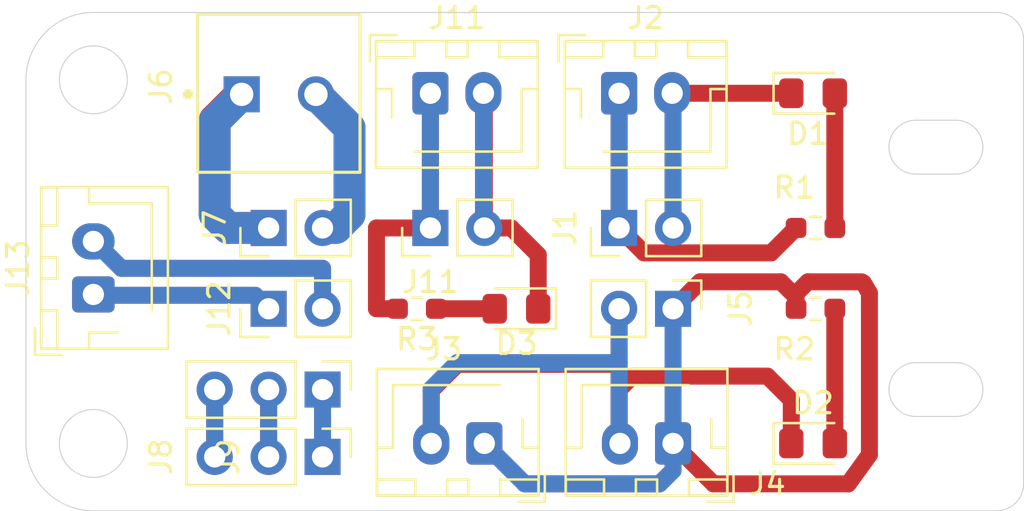
<source format=kicad_pcb>
(kicad_pcb (version 20171130) (host pcbnew "(5.1.7)-1")

  (general
    (thickness 1.6)
    (drawings 19)
    (tracks 139)
    (zones 0)
    (modules 19)
    (nets 17)
  )

  (page A4)
  (layers
    (0 F.Cu signal)
    (31 B.Cu signal)
    (32 B.Adhes user hide)
    (33 F.Adhes user hide)
    (34 B.Paste user hide)
    (35 F.Paste user hide)
    (36 B.SilkS user hide)
    (37 F.SilkS user)
    (38 B.Mask user hide)
    (39 F.Mask user hide)
    (40 Dwgs.User user hide)
    (41 Cmts.User user)
    (42 Eco1.User user hide)
    (43 Eco2.User user hide)
    (44 Edge.Cuts user)
    (45 Margin user)
    (46 B.CrtYd user)
    (47 F.CrtYd user)
    (48 B.Fab user hide)
    (49 F.Fab user hide)
  )

  (setup
    (last_trace_width 0.25)
    (user_trace_width 0.25)
    (user_trace_width 0.8)
    (user_trace_width 1.5)
    (user_trace_width 2.5)
    (trace_clearance 0.2)
    (zone_clearance 0.508)
    (zone_45_only no)
    (trace_min 0.2)
    (via_size 0.8)
    (via_drill 0.4)
    (via_min_size 0.4)
    (via_min_drill 0.3)
    (uvia_size 0.3)
    (uvia_drill 0.1)
    (uvias_allowed no)
    (uvia_min_size 0.2)
    (uvia_min_drill 0.1)
    (edge_width 0.05)
    (segment_width 0.2)
    (pcb_text_width 0.3)
    (pcb_text_size 1.5 1.5)
    (mod_edge_width 0.12)
    (mod_text_size 1 1)
    (mod_text_width 0.15)
    (pad_size 1.524 1.524)
    (pad_drill 0.762)
    (pad_to_mask_clearance 0)
    (aux_axis_origin 0 0)
    (visible_elements 7FFFFFFF)
    (pcbplotparams
      (layerselection 0x0f020_ffffffff)
      (usegerberextensions false)
      (usegerberattributes true)
      (usegerberadvancedattributes true)
      (creategerberjobfile true)
      (excludeedgelayer true)
      (linewidth 0.100000)
      (plotframeref false)
      (viasonmask false)
      (mode 1)
      (useauxorigin false)
      (hpglpennumber 1)
      (hpglpenspeed 20)
      (hpglpendiameter 15.000000)
      (psnegative false)
      (psa4output false)
      (plotreference true)
      (plotvalue true)
      (plotinvisibletext false)
      (padsonsilk false)
      (subtractmaskfromsilk false)
      (outputformat 1)
      (mirror false)
      (drillshape 0)
      (scaleselection 1)
      (outputdirectory "gerbers/"))
  )

  (net 0 "")
  (net 1 "Net-(D1-Pad2)")
  (net 2 "Net-(D2-Pad2)")
  (net 3 +3V3)
  (net 4 Z_PROBE_CONN)
  (net 5 -FAN0)
  (net 6 -FAN1)
  (net 7 +V_LED)
  (net 8 -V_LED)
  (net 9 +FAN0)
  (net 10 +FAN1)
  (net 11 -V_IN)
  (net 12 +V_IN)
  (net 13 -V_Probe)
  (net 14 -THERM)
  (net 15 +THERM)
  (net 16 "Net-(D3-Pad2)")

  (net_class Default "This is the default net class."
    (clearance 0.2)
    (trace_width 0.25)
    (via_dia 0.8)
    (via_drill 0.4)
    (uvia_dia 0.3)
    (uvia_drill 0.1)
    (add_net +3V3)
    (add_net +FAN0)
    (add_net +FAN1)
    (add_net +THERM)
    (add_net +V_IN)
    (add_net +V_LED)
    (add_net -FAN0)
    (add_net -FAN1)
    (add_net -THERM)
    (add_net -V_IN)
    (add_net -V_LED)
    (add_net -V_Probe)
    (add_net "Net-(D1-Pad2)")
    (add_net "Net-(D2-Pad2)")
    (add_net "Net-(D3-Pad2)")
    (add_net Z_PROBE_CONN)
  )

  (module Resistor_SMD:R_0603_1608Metric_Pad0.98x0.95mm_HandSolder (layer F.Cu) (tedit 5F68FEEE) (tstamp 5FA89C47)
    (at 108.585 72.39 180)
    (descr "Resistor SMD 0603 (1608 Metric), square (rectangular) end terminal, IPC_7351 nominal with elongated pad for handsoldering. (Body size source: IPC-SM-782 page 72, https://www.pcb-3d.com/wordpress/wp-content/uploads/ipc-sm-782a_amendment_1_and_2.pdf), generated with kicad-footprint-generator")
    (tags "resistor handsolder")
    (path /5FAC3111)
    (attr smd)
    (fp_text reference R3 (at 0 -1.43) (layer F.SilkS)
      (effects (font (size 1 1) (thickness 0.15)))
    )
    (fp_text value R (at 0 1.43) (layer F.Fab)
      (effects (font (size 1 1) (thickness 0.15)))
    )
    (fp_line (start -0.8 0.4125) (end -0.8 -0.4125) (layer F.Fab) (width 0.1))
    (fp_line (start -0.8 -0.4125) (end 0.8 -0.4125) (layer F.Fab) (width 0.1))
    (fp_line (start 0.8 -0.4125) (end 0.8 0.4125) (layer F.Fab) (width 0.1))
    (fp_line (start 0.8 0.4125) (end -0.8 0.4125) (layer F.Fab) (width 0.1))
    (fp_line (start -0.254724 -0.5225) (end 0.254724 -0.5225) (layer F.SilkS) (width 0.12))
    (fp_line (start -0.254724 0.5225) (end 0.254724 0.5225) (layer F.SilkS) (width 0.12))
    (fp_line (start -1.65 0.73) (end -1.65 -0.73) (layer F.CrtYd) (width 0.05))
    (fp_line (start -1.65 -0.73) (end 1.65 -0.73) (layer F.CrtYd) (width 0.05))
    (fp_line (start 1.65 -0.73) (end 1.65 0.73) (layer F.CrtYd) (width 0.05))
    (fp_line (start 1.65 0.73) (end -1.65 0.73) (layer F.CrtYd) (width 0.05))
    (fp_text user %R (at 0 0) (layer F.Fab)
      (effects (font (size 0.4 0.4) (thickness 0.06)))
    )
    (pad 2 smd roundrect (at 0.9125 0 180) (size 0.975 0.95) (layers F.Cu F.Paste F.Mask) (roundrect_rratio 0.25)
      (net 8 -V_LED))
    (pad 1 smd roundrect (at -0.9125 0 180) (size 0.975 0.95) (layers F.Cu F.Paste F.Mask) (roundrect_rratio 0.25)
      (net 16 "Net-(D3-Pad2)"))
    (model ${KISYS3DMOD}/Resistor_SMD.3dshapes/R_0603_1608Metric.wrl
      (at (xyz 0 0 0))
      (scale (xyz 1 1 1))
      (rotate (xyz 0 0 0))
    )
  )

  (module LED_SMD:LED_0805_2012Metric_Pad1.15x1.40mm_HandSolder (layer F.Cu) (tedit 5F68FEF1) (tstamp 5FA89920)
    (at 113.275 72.39 180)
    (descr "LED SMD 0805 (2012 Metric), square (rectangular) end terminal, IPC_7351 nominal, (Body size source: https://docs.google.com/spreadsheets/d/1BsfQQcO9C6DZCsRaXUlFlo91Tg2WpOkGARC1WS5S8t0/edit?usp=sharing), generated with kicad-footprint-generator")
    (tags "LED handsolder")
    (path /5FAC310B)
    (attr smd)
    (fp_text reference D3 (at 0 -1.65) (layer F.SilkS)
      (effects (font (size 1 1) (thickness 0.15)))
    )
    (fp_text value LED (at 0 1.65) (layer F.Fab)
      (effects (font (size 1 1) (thickness 0.15)))
    )
    (fp_line (start 1 -0.6) (end -0.7 -0.6) (layer F.Fab) (width 0.1))
    (fp_line (start -0.7 -0.6) (end -1 -0.3) (layer F.Fab) (width 0.1))
    (fp_line (start -1 -0.3) (end -1 0.6) (layer F.Fab) (width 0.1))
    (fp_line (start -1 0.6) (end 1 0.6) (layer F.Fab) (width 0.1))
    (fp_line (start 1 0.6) (end 1 -0.6) (layer F.Fab) (width 0.1))
    (fp_line (start 1 -0.96) (end -1.86 -0.96) (layer F.SilkS) (width 0.12))
    (fp_line (start -1.86 -0.96) (end -1.86 0.96) (layer F.SilkS) (width 0.12))
    (fp_line (start -1.86 0.96) (end 1 0.96) (layer F.SilkS) (width 0.12))
    (fp_line (start -1.85 0.95) (end -1.85 -0.95) (layer F.CrtYd) (width 0.05))
    (fp_line (start -1.85 -0.95) (end 1.85 -0.95) (layer F.CrtYd) (width 0.05))
    (fp_line (start 1.85 -0.95) (end 1.85 0.95) (layer F.CrtYd) (width 0.05))
    (fp_line (start 1.85 0.95) (end -1.85 0.95) (layer F.CrtYd) (width 0.05))
    (fp_text user %R (at 0 0) (layer F.Fab)
      (effects (font (size 0.5 0.5) (thickness 0.08)))
    )
    (pad 2 smd roundrect (at 1.025 0 180) (size 1.15 1.4) (layers F.Cu F.Paste F.Mask) (roundrect_rratio 0.2173904347826087)
      (net 16 "Net-(D3-Pad2)"))
    (pad 1 smd roundrect (at -1.025 0 180) (size 1.15 1.4) (layers F.Cu F.Paste F.Mask) (roundrect_rratio 0.2173904347826087)
      (net 7 +V_LED))
    (model ${KISYS3DMOD}/LED_SMD.3dshapes/LED_0805_2012Metric.wrl
      (at (xyz 0 0 0))
      (scale (xyz 1 1 1))
      (rotate (xyz 0 0 0))
    )
  )

  (module Connector_JST:JST_XH_B2B-XH-AM_1x02_P2.50mm_Vertical (layer F.Cu) (tedit 5C28146E) (tstamp 5FA87CC6)
    (at 93.345 71.715 90)
    (descr "JST XH series connector, B2B-XH-AM, with boss (http://www.jst-mfg.com/product/pdf/eng/eXH.pdf), generated with kicad-footprint-generator")
    (tags "connector JST XH vertical boss")
    (path /5FA8CE38)
    (fp_text reference J13 (at 1.25 -3.55 90) (layer F.SilkS)
      (effects (font (size 1 1) (thickness 0.15)))
    )
    (fp_text value Conn_01x02 (at 1.25 4.6 90) (layer F.Fab)
      (effects (font (size 1 1) (thickness 0.15)))
    )
    (fp_line (start -2.45 -2.35) (end -2.45 3.4) (layer F.Fab) (width 0.1))
    (fp_line (start -2.45 3.4) (end 4.95 3.4) (layer F.Fab) (width 0.1))
    (fp_line (start 4.95 3.4) (end 4.95 -2.35) (layer F.Fab) (width 0.1))
    (fp_line (start 4.95 -2.35) (end -2.45 -2.35) (layer F.Fab) (width 0.1))
    (fp_line (start -2.56 -2.46) (end -2.56 3.51) (layer F.SilkS) (width 0.12))
    (fp_line (start -2.56 3.51) (end 5.06 3.51) (layer F.SilkS) (width 0.12))
    (fp_line (start 5.06 3.51) (end 5.06 -2.46) (layer F.SilkS) (width 0.12))
    (fp_line (start 5.06 -2.46) (end -2.56 -2.46) (layer F.SilkS) (width 0.12))
    (fp_line (start -2.95 -2.85) (end -2.95 3.9) (layer F.CrtYd) (width 0.05))
    (fp_line (start -2.95 3.9) (end 5.45 3.9) (layer F.CrtYd) (width 0.05))
    (fp_line (start 5.45 3.9) (end 5.45 -2.85) (layer F.CrtYd) (width 0.05))
    (fp_line (start 5.45 -2.85) (end -2.95 -2.85) (layer F.CrtYd) (width 0.05))
    (fp_line (start -0.625 -2.35) (end 0 -1.35) (layer F.Fab) (width 0.1))
    (fp_line (start 0 -1.35) (end 0.625 -2.35) (layer F.Fab) (width 0.1))
    (fp_line (start 0.75 -2.45) (end 0.75 -1.7) (layer F.SilkS) (width 0.12))
    (fp_line (start 0.75 -1.7) (end 1.75 -1.7) (layer F.SilkS) (width 0.12))
    (fp_line (start 1.75 -1.7) (end 1.75 -2.45) (layer F.SilkS) (width 0.12))
    (fp_line (start 1.75 -2.45) (end 0.75 -2.45) (layer F.SilkS) (width 0.12))
    (fp_line (start -2.55 -2.45) (end -2.55 -1.7) (layer F.SilkS) (width 0.12))
    (fp_line (start -2.55 -1.7) (end -0.75 -1.7) (layer F.SilkS) (width 0.12))
    (fp_line (start -0.75 -1.7) (end -0.75 -2.45) (layer F.SilkS) (width 0.12))
    (fp_line (start -0.75 -2.45) (end -2.55 -2.45) (layer F.SilkS) (width 0.12))
    (fp_line (start 3.25 -2.45) (end 3.25 -1.7) (layer F.SilkS) (width 0.12))
    (fp_line (start 3.25 -1.7) (end 5.05 -1.7) (layer F.SilkS) (width 0.12))
    (fp_line (start 5.05 -1.7) (end 5.05 -2.45) (layer F.SilkS) (width 0.12))
    (fp_line (start 5.05 -2.45) (end 3.25 -2.45) (layer F.SilkS) (width 0.12))
    (fp_line (start -2.55 -0.2) (end -1.8 -0.2) (layer F.SilkS) (width 0.12))
    (fp_line (start -1.8 -0.2) (end -1.8 1.14) (layer F.SilkS) (width 0.12))
    (fp_line (start 1.25 2.75) (end -0.74 2.75) (layer F.SilkS) (width 0.12))
    (fp_line (start 5.05 -0.2) (end 4.3 -0.2) (layer F.SilkS) (width 0.12))
    (fp_line (start 4.3 -0.2) (end 4.3 2.75) (layer F.SilkS) (width 0.12))
    (fp_line (start 4.3 2.75) (end 1.25 2.75) (layer F.SilkS) (width 0.12))
    (fp_line (start -1.6 -2.75) (end -2.85 -2.75) (layer F.SilkS) (width 0.12))
    (fp_line (start -2.85 -2.75) (end -2.85 -1.5) (layer F.SilkS) (width 0.12))
    (fp_text user %R (at 1.25 2.7 90) (layer F.Fab)
      (effects (font (size 1 1) (thickness 0.15)))
    )
    (pad "" np_thru_hole circle (at -1.6 2 90) (size 1.2 1.2) (drill 1.2) (layers *.Cu *.Mask))
    (pad 2 thru_hole oval (at 2.5 0 90) (size 1.7 2) (drill 1) (layers *.Cu *.Mask)
      (net 14 -THERM))
    (pad 1 thru_hole roundrect (at 0 0 90) (size 1.7 2) (drill 1) (layers *.Cu *.Mask) (roundrect_rratio 0.1470588235294118)
      (net 15 +THERM))
    (model ${KISYS3DMOD}/Connector_JST.3dshapes/JST_XH_B2B-XH-AM_1x02_P2.50mm_Vertical.wrl
      (at (xyz 0 0 0))
      (scale (xyz 1 1 1))
      (rotate (xyz 0 0 0))
    )
  )

  (module Connector_PinHeader_2.54mm:PinHeader_1x02_P2.54mm_Vertical (layer F.Cu) (tedit 59FED5CC) (tstamp 5FA85C0E)
    (at 109.22 68.58 90)
    (descr "Through hole straight pin header, 1x02, 2.54mm pitch, single row")
    (tags "Through hole pin header THT 1x02 2.54mm single row")
    (path /5FAA136D)
    (fp_text reference J11 (at -2.54 0) (layer F.SilkS)
      (effects (font (size 1 1) (thickness 0.15)))
    )
    (fp_text value Conn_01x02_Male (at 0 4.87 90) (layer F.Fab)
      (effects (font (size 1 1) (thickness 0.15)))
    )
    (fp_line (start 1.8 -1.8) (end -1.8 -1.8) (layer F.CrtYd) (width 0.05))
    (fp_line (start 1.8 4.35) (end 1.8 -1.8) (layer F.CrtYd) (width 0.05))
    (fp_line (start -1.8 4.35) (end 1.8 4.35) (layer F.CrtYd) (width 0.05))
    (fp_line (start -1.8 -1.8) (end -1.8 4.35) (layer F.CrtYd) (width 0.05))
    (fp_line (start -1.33 -1.33) (end 0 -1.33) (layer F.SilkS) (width 0.12))
    (fp_line (start -1.33 0) (end -1.33 -1.33) (layer F.SilkS) (width 0.12))
    (fp_line (start -1.33 1.27) (end 1.33 1.27) (layer F.SilkS) (width 0.12))
    (fp_line (start 1.33 1.27) (end 1.33 3.87) (layer F.SilkS) (width 0.12))
    (fp_line (start -1.33 1.27) (end -1.33 3.87) (layer F.SilkS) (width 0.12))
    (fp_line (start -1.33 3.87) (end 1.33 3.87) (layer F.SilkS) (width 0.12))
    (fp_line (start -1.27 -0.635) (end -0.635 -1.27) (layer F.Fab) (width 0.1))
    (fp_line (start -1.27 3.81) (end -1.27 -0.635) (layer F.Fab) (width 0.1))
    (fp_line (start 1.27 3.81) (end -1.27 3.81) (layer F.Fab) (width 0.1))
    (fp_line (start 1.27 -1.27) (end 1.27 3.81) (layer F.Fab) (width 0.1))
    (fp_line (start -0.635 -1.27) (end 1.27 -1.27) (layer F.Fab) (width 0.1))
    (fp_text user %R (at 0 1.27) (layer F.Fab)
      (effects (font (size 1 1) (thickness 0.15)))
    )
    (pad 2 thru_hole oval (at 0 2.54 90) (size 1.7 1.7) (drill 1) (layers *.Cu *.Mask)
      (net 7 +V_LED))
    (pad 1 thru_hole rect (at 0 0 90) (size 1.7 1.7) (drill 1) (layers *.Cu *.Mask)
      (net 8 -V_LED))
    (model ${KISYS3DMOD}/Connector_PinHeader_2.54mm.3dshapes/PinHeader_1x02_P2.54mm_Vertical.wrl
      (at (xyz 0 0 0))
      (scale (xyz 1 1 1))
      (rotate (xyz 0 0 0))
    )
  )

  (module Connector_PinHeader_2.54mm:PinHeader_1x02_P2.54mm_Vertical (layer F.Cu) (tedit 59FED5CC) (tstamp 5FA87C9C)
    (at 101.6 72.39 90)
    (descr "Through hole straight pin header, 1x02, 2.54mm pitch, single row")
    (tags "Through hole pin header THT 1x02 2.54mm single row")
    (path /5FA8CE3E)
    (fp_text reference J12 (at 0 -2.33 90) (layer F.SilkS)
      (effects (font (size 1 1) (thickness 0.15)))
    )
    (fp_text value Conn_01x02_Male (at 0 4.87 90) (layer F.Fab)
      (effects (font (size 1 1) (thickness 0.15)))
    )
    (fp_line (start -0.635 -1.27) (end 1.27 -1.27) (layer F.Fab) (width 0.1))
    (fp_line (start 1.27 -1.27) (end 1.27 3.81) (layer F.Fab) (width 0.1))
    (fp_line (start 1.27 3.81) (end -1.27 3.81) (layer F.Fab) (width 0.1))
    (fp_line (start -1.27 3.81) (end -1.27 -0.635) (layer F.Fab) (width 0.1))
    (fp_line (start -1.27 -0.635) (end -0.635 -1.27) (layer F.Fab) (width 0.1))
    (fp_line (start -1.33 3.87) (end 1.33 3.87) (layer F.SilkS) (width 0.12))
    (fp_line (start -1.33 1.27) (end -1.33 3.87) (layer F.SilkS) (width 0.12))
    (fp_line (start 1.33 1.27) (end 1.33 3.87) (layer F.SilkS) (width 0.12))
    (fp_line (start -1.33 1.27) (end 1.33 1.27) (layer F.SilkS) (width 0.12))
    (fp_line (start -1.33 0) (end -1.33 -1.33) (layer F.SilkS) (width 0.12))
    (fp_line (start -1.33 -1.33) (end 0 -1.33) (layer F.SilkS) (width 0.12))
    (fp_line (start -1.8 -1.8) (end -1.8 4.35) (layer F.CrtYd) (width 0.05))
    (fp_line (start -1.8 4.35) (end 1.8 4.35) (layer F.CrtYd) (width 0.05))
    (fp_line (start 1.8 4.35) (end 1.8 -1.8) (layer F.CrtYd) (width 0.05))
    (fp_line (start 1.8 -1.8) (end -1.8 -1.8) (layer F.CrtYd) (width 0.05))
    (fp_text user %R (at 0 1.27) (layer F.Fab)
      (effects (font (size 1 1) (thickness 0.15)))
    )
    (pad 2 thru_hole oval (at 0 2.54 90) (size 1.7 1.7) (drill 1) (layers *.Cu *.Mask)
      (net 14 -THERM))
    (pad 1 thru_hole rect (at 0 0 90) (size 1.7 1.7) (drill 1) (layers *.Cu *.Mask)
      (net 15 +THERM))
    (model ${KISYS3DMOD}/Connector_PinHeader_2.54mm.3dshapes/PinHeader_1x02_P2.54mm_Vertical.wrl
      (at (xyz 0 0 0))
      (scale (xyz 1 1 1))
      (rotate (xyz 0 0 0))
    )
  )

  (module LED_SMD:LED_0805_2012Metric_Pad1.15x1.40mm_HandSolder (layer F.Cu) (tedit 5F68FEF1) (tstamp 5FA8955D)
    (at 127.245 78.74)
    (descr "LED SMD 0805 (2012 Metric), square (rectangular) end terminal, IPC_7351 nominal, (Body size source: https://docs.google.com/spreadsheets/d/1BsfQQcO9C6DZCsRaXUlFlo91Tg2WpOkGARC1WS5S8t0/edit?usp=sharing), generated with kicad-footprint-generator")
    (tags "LED handsolder")
    (path /5FA7F18E)
    (attr smd)
    (fp_text reference D2 (at 0 -1.905) (layer F.SilkS)
      (effects (font (size 1 1) (thickness 0.15)))
    )
    (fp_text value LED (at 0 1.65) (layer F.Fab)
      (effects (font (size 1 1) (thickness 0.15)))
    )
    (fp_line (start 1.85 0.95) (end -1.85 0.95) (layer F.CrtYd) (width 0.05))
    (fp_line (start 1.85 -0.95) (end 1.85 0.95) (layer F.CrtYd) (width 0.05))
    (fp_line (start -1.85 -0.95) (end 1.85 -0.95) (layer F.CrtYd) (width 0.05))
    (fp_line (start -1.85 0.95) (end -1.85 -0.95) (layer F.CrtYd) (width 0.05))
    (fp_line (start -1.86 0.96) (end 1 0.96) (layer F.SilkS) (width 0.12))
    (fp_line (start -1.86 -0.96) (end -1.86 0.96) (layer F.SilkS) (width 0.12))
    (fp_line (start 1 -0.96) (end -1.86 -0.96) (layer F.SilkS) (width 0.12))
    (fp_line (start 1 0.6) (end 1 -0.6) (layer F.Fab) (width 0.1))
    (fp_line (start -1 0.6) (end 1 0.6) (layer F.Fab) (width 0.1))
    (fp_line (start -1 -0.3) (end -1 0.6) (layer F.Fab) (width 0.1))
    (fp_line (start -0.7 -0.6) (end -1 -0.3) (layer F.Fab) (width 0.1))
    (fp_line (start 1 -0.6) (end -0.7 -0.6) (layer F.Fab) (width 0.1))
    (fp_text user %R (at 0 0) (layer F.Fab)
      (effects (font (size 0.5 0.5) (thickness 0.08)))
    )
    (pad 2 smd roundrect (at 1.025 0) (size 1.15 1.4) (layers F.Cu F.Paste F.Mask) (roundrect_rratio 0.2173904347826087)
      (net 2 "Net-(D2-Pad2)"))
    (pad 1 smd roundrect (at -1.025 0) (size 1.15 1.4) (layers F.Cu F.Paste F.Mask) (roundrect_rratio 0.2173904347826087)
      (net 10 +FAN1))
    (model ${KISYS3DMOD}/LED_SMD.3dshapes/LED_0805_2012Metric.wrl
      (at (xyz 0 0 0))
      (scale (xyz 1 1 1))
      (rotate (xyz 0 0 0))
    )
  )

  (module Connector_PinHeader_2.54mm:PinHeader_1x03_P2.54mm_Vertical (layer F.Cu) (tedit 59FED5CC) (tstamp 5FA8528E)
    (at 104.14 76.2 270)
    (descr "Through hole straight pin header, 1x03, 2.54mm pitch, single row")
    (tags "Through hole pin header THT 1x03 2.54mm single row")
    (path /5FAA043F)
    (fp_text reference J9 (at 3.175 4.445 90) (layer F.SilkS)
      (effects (font (size 1 1) (thickness 0.15)))
    )
    (fp_text value Conn_01x03_Male (at 0 7.41 90) (layer F.Fab)
      (effects (font (size 1 1) (thickness 0.15)))
    )
    (fp_line (start -0.635 -1.27) (end 1.27 -1.27) (layer F.Fab) (width 0.1))
    (fp_line (start 1.27 -1.27) (end 1.27 6.35) (layer F.Fab) (width 0.1))
    (fp_line (start 1.27 6.35) (end -1.27 6.35) (layer F.Fab) (width 0.1))
    (fp_line (start -1.27 6.35) (end -1.27 -0.635) (layer F.Fab) (width 0.1))
    (fp_line (start -1.27 -0.635) (end -0.635 -1.27) (layer F.Fab) (width 0.1))
    (fp_line (start -1.33 6.41) (end 1.33 6.41) (layer F.SilkS) (width 0.12))
    (fp_line (start -1.33 1.27) (end -1.33 6.41) (layer F.SilkS) (width 0.12))
    (fp_line (start 1.33 1.27) (end 1.33 6.41) (layer F.SilkS) (width 0.12))
    (fp_line (start -1.33 1.27) (end 1.33 1.27) (layer F.SilkS) (width 0.12))
    (fp_line (start -1.33 0) (end -1.33 -1.33) (layer F.SilkS) (width 0.12))
    (fp_line (start -1.33 -1.33) (end 0 -1.33) (layer F.SilkS) (width 0.12))
    (fp_line (start -1.8 -1.8) (end -1.8 6.85) (layer F.CrtYd) (width 0.05))
    (fp_line (start -1.8 6.85) (end 1.8 6.85) (layer F.CrtYd) (width 0.05))
    (fp_line (start 1.8 6.85) (end 1.8 -1.8) (layer F.CrtYd) (width 0.05))
    (fp_line (start 1.8 -1.8) (end -1.8 -1.8) (layer F.CrtYd) (width 0.05))
    (fp_text user %R (at 0 2.54) (layer F.Fab)
      (effects (font (size 1 1) (thickness 0.15)))
    )
    (pad 3 thru_hole oval (at 0 5.08 270) (size 1.7 1.7) (drill 1) (layers *.Cu *.Mask)
      (net 13 -V_Probe))
    (pad 2 thru_hole oval (at 0 2.54 270) (size 1.7 1.7) (drill 1) (layers *.Cu *.Mask)
      (net 3 +3V3))
    (pad 1 thru_hole rect (at 0 0 270) (size 1.7 1.7) (drill 1) (layers *.Cu *.Mask)
      (net 4 Z_PROBE_CONN))
    (model ${KISYS3DMOD}/Connector_PinHeader_2.54mm.3dshapes/PinHeader_1x03_P2.54mm_Vertical.wrl
      (at (xyz 0 0 0))
      (scale (xyz 1 1 1))
      (rotate (xyz 0 0 0))
    )
  )

  (module Connector_PinHeader_2.54mm:PinHeader_1x02_P2.54mm_Vertical (layer F.Cu) (tedit 59FED5CC) (tstamp 5FA85277)
    (at 101.6 68.58 90)
    (descr "Through hole straight pin header, 1x02, 2.54mm pitch, single row")
    (tags "Through hole pin header THT 1x02 2.54mm single row")
    (path /5FAB9AD4)
    (fp_text reference J7 (at 0 -2.54 90) (layer F.SilkS)
      (effects (font (size 1 1) (thickness 0.15)))
    )
    (fp_text value Conn_01x02_Male (at 0 4.87 90) (layer F.Fab)
      (effects (font (size 1 1) (thickness 0.15)))
    )
    (fp_line (start -0.635 -1.27) (end 1.27 -1.27) (layer F.Fab) (width 0.1))
    (fp_line (start 1.27 -1.27) (end 1.27 3.81) (layer F.Fab) (width 0.1))
    (fp_line (start 1.27 3.81) (end -1.27 3.81) (layer F.Fab) (width 0.1))
    (fp_line (start -1.27 3.81) (end -1.27 -0.635) (layer F.Fab) (width 0.1))
    (fp_line (start -1.27 -0.635) (end -0.635 -1.27) (layer F.Fab) (width 0.1))
    (fp_line (start -1.33 3.87) (end 1.33 3.87) (layer F.SilkS) (width 0.12))
    (fp_line (start -1.33 1.27) (end -1.33 3.87) (layer F.SilkS) (width 0.12))
    (fp_line (start 1.33 1.27) (end 1.33 3.87) (layer F.SilkS) (width 0.12))
    (fp_line (start -1.33 1.27) (end 1.33 1.27) (layer F.SilkS) (width 0.12))
    (fp_line (start -1.33 0) (end -1.33 -1.33) (layer F.SilkS) (width 0.12))
    (fp_line (start -1.33 -1.33) (end 0 -1.33) (layer F.SilkS) (width 0.12))
    (fp_line (start -1.8 -1.8) (end -1.8 4.35) (layer F.CrtYd) (width 0.05))
    (fp_line (start -1.8 4.35) (end 1.8 4.35) (layer F.CrtYd) (width 0.05))
    (fp_line (start 1.8 4.35) (end 1.8 -1.8) (layer F.CrtYd) (width 0.05))
    (fp_line (start 1.8 -1.8) (end -1.8 -1.8) (layer F.CrtYd) (width 0.05))
    (fp_text user %R (at 0 1.27) (layer F.Fab)
      (effects (font (size 1 1) (thickness 0.15)))
    )
    (pad 2 thru_hole oval (at 0 2.54 90) (size 1.7 1.7) (drill 1) (layers *.Cu *.Mask)
      (net 12 +V_IN))
    (pad 1 thru_hole rect (at 0 0 90) (size 1.7 1.7) (drill 1) (layers *.Cu *.Mask)
      (net 11 -V_IN))
    (model ${KISYS3DMOD}/Connector_PinHeader_2.54mm.3dshapes/PinHeader_1x02_P2.54mm_Vertical.wrl
      (at (xyz 0 0 0))
      (scale (xyz 1 1 1))
      (rotate (xyz 0 0 0))
    )
  )

  (module Connector_PinHeader_2.54mm:PinHeader_1x02_P2.54mm_Vertical (layer F.Cu) (tedit 59FED5CC) (tstamp 5FA85261)
    (at 120.65 72.39 270)
    (descr "Through hole straight pin header, 1x02, 2.54mm pitch, single row")
    (tags "Through hole pin header THT 1x02 2.54mm single row")
    (path /5FA9F86C)
    (fp_text reference J5 (at 0 -3.175 90) (layer F.SilkS)
      (effects (font (size 1 1) (thickness 0.15)))
    )
    (fp_text value Conn_01x02_Male (at 0 4.87 90) (layer F.Fab)
      (effects (font (size 1 1) (thickness 0.15)))
    )
    (fp_line (start -0.635 -1.27) (end 1.27 -1.27) (layer F.Fab) (width 0.1))
    (fp_line (start 1.27 -1.27) (end 1.27 3.81) (layer F.Fab) (width 0.1))
    (fp_line (start 1.27 3.81) (end -1.27 3.81) (layer F.Fab) (width 0.1))
    (fp_line (start -1.27 3.81) (end -1.27 -0.635) (layer F.Fab) (width 0.1))
    (fp_line (start -1.27 -0.635) (end -0.635 -1.27) (layer F.Fab) (width 0.1))
    (fp_line (start -1.33 3.87) (end 1.33 3.87) (layer F.SilkS) (width 0.12))
    (fp_line (start -1.33 1.27) (end -1.33 3.87) (layer F.SilkS) (width 0.12))
    (fp_line (start 1.33 1.27) (end 1.33 3.87) (layer F.SilkS) (width 0.12))
    (fp_line (start -1.33 1.27) (end 1.33 1.27) (layer F.SilkS) (width 0.12))
    (fp_line (start -1.33 0) (end -1.33 -1.33) (layer F.SilkS) (width 0.12))
    (fp_line (start -1.33 -1.33) (end 0 -1.33) (layer F.SilkS) (width 0.12))
    (fp_line (start -1.8 -1.8) (end -1.8 4.35) (layer F.CrtYd) (width 0.05))
    (fp_line (start -1.8 4.35) (end 1.8 4.35) (layer F.CrtYd) (width 0.05))
    (fp_line (start 1.8 4.35) (end 1.8 -1.8) (layer F.CrtYd) (width 0.05))
    (fp_line (start 1.8 -1.8) (end -1.8 -1.8) (layer F.CrtYd) (width 0.05))
    (fp_text user %R (at 0 1.27) (layer F.Fab)
      (effects (font (size 1 1) (thickness 0.15)))
    )
    (pad 2 thru_hole oval (at 0 2.54 270) (size 1.7 1.7) (drill 1) (layers *.Cu *.Mask)
      (net 10 +FAN1))
    (pad 1 thru_hole rect (at 0 0 270) (size 1.7 1.7) (drill 1) (layers *.Cu *.Mask)
      (net 6 -FAN1))
    (model ${KISYS3DMOD}/Connector_PinHeader_2.54mm.3dshapes/PinHeader_1x02_P2.54mm_Vertical.wrl
      (at (xyz 0 0 0))
      (scale (xyz 1 1 1))
      (rotate (xyz 0 0 0))
    )
  )

  (module Connector_PinHeader_2.54mm:PinHeader_1x02_P2.54mm_Vertical (layer F.Cu) (tedit 59FED5CC) (tstamp 5FA8524B)
    (at 118.11 68.58 90)
    (descr "Through hole straight pin header, 1x02, 2.54mm pitch, single row")
    (tags "Through hole pin header THT 1x02 2.54mm single row")
    (path /5FAB8547)
    (fp_text reference J1 (at 0 -2.54 90) (layer F.SilkS)
      (effects (font (size 1 1) (thickness 0.15)))
    )
    (fp_text value Conn_01x02_Male (at 0 4.87 90) (layer F.Fab)
      (effects (font (size 1 1) (thickness 0.15)))
    )
    (fp_line (start -0.635 -1.27) (end 1.27 -1.27) (layer F.Fab) (width 0.1))
    (fp_line (start 1.27 -1.27) (end 1.27 3.81) (layer F.Fab) (width 0.1))
    (fp_line (start 1.27 3.81) (end -1.27 3.81) (layer F.Fab) (width 0.1))
    (fp_line (start -1.27 3.81) (end -1.27 -0.635) (layer F.Fab) (width 0.1))
    (fp_line (start -1.27 -0.635) (end -0.635 -1.27) (layer F.Fab) (width 0.1))
    (fp_line (start -1.33 3.87) (end 1.33 3.87) (layer F.SilkS) (width 0.12))
    (fp_line (start -1.33 1.27) (end -1.33 3.87) (layer F.SilkS) (width 0.12))
    (fp_line (start 1.33 1.27) (end 1.33 3.87) (layer F.SilkS) (width 0.12))
    (fp_line (start -1.33 1.27) (end 1.33 1.27) (layer F.SilkS) (width 0.12))
    (fp_line (start -1.33 0) (end -1.33 -1.33) (layer F.SilkS) (width 0.12))
    (fp_line (start -1.33 -1.33) (end 0 -1.33) (layer F.SilkS) (width 0.12))
    (fp_line (start -1.8 -1.8) (end -1.8 4.35) (layer F.CrtYd) (width 0.05))
    (fp_line (start -1.8 4.35) (end 1.8 4.35) (layer F.CrtYd) (width 0.05))
    (fp_line (start 1.8 4.35) (end 1.8 -1.8) (layer F.CrtYd) (width 0.05))
    (fp_line (start 1.8 -1.8) (end -1.8 -1.8) (layer F.CrtYd) (width 0.05))
    (fp_text user %R (at 0 1.27 90) (layer F.Fab)
      (effects (font (size 1 1) (thickness 0.15)))
    )
    (pad 2 thru_hole oval (at 0 2.54 90) (size 1.7 1.7) (drill 1) (layers *.Cu *.Mask)
      (net 9 +FAN0))
    (pad 1 thru_hole rect (at 0 0 90) (size 1.7 1.7) (drill 1) (layers *.Cu *.Mask)
      (net 5 -FAN0))
    (model ${KISYS3DMOD}/Connector_PinHeader_2.54mm.3dshapes/PinHeader_1x02_P2.54mm_Vertical.wrl
      (at (xyz 0 0 0))
      (scale (xyz 1 1 1))
      (rotate (xyz 0 0 0))
    )
  )

  (module CArraigeFanBreakout:Phoenix_Contact-1751248-0-0-0 (layer F.Cu) (tedit 5EF1E569) (tstamp 5FA859B3)
    (at 102.08 62.23)
    (path /5FA84C81)
    (fp_text reference J6 (at -5.56 -1.27 270) (layer F.SilkS)
      (effects (font (size 1 1) (thickness 0.15)) (justify right))
    )
    (fp_text value 1751248 (at -0.48 2.54 unlocked) (layer Dwgs.User) hide
      (effects (font (size 1.27 1.27) (thickness 0.15)))
    )
    (fp_line (start -3.825 3.725) (end -3.825 -3.725) (layer F.Fab) (width 0.15))
    (fp_line (start -3.825 -3.725) (end 3.825 -3.725) (layer F.Fab) (width 0.15))
    (fp_line (start 3.825 -3.725) (end 3.825 3.725) (layer F.Fab) (width 0.15))
    (fp_line (start 3.825 3.725) (end -3.825 3.725) (layer F.Fab) (width 0.15))
    (fp_line (start -3.825 -3.725) (end 3.825 -3.725) (layer F.SilkS) (width 0.15))
    (fp_line (start 3.825 3.725) (end 3.825 -3.725) (layer F.SilkS) (width 0.15))
    (fp_line (start -3.825 3.725) (end 3.825 3.725) (layer F.SilkS) (width 0.15))
    (fp_line (start -3.825 3.725) (end -3.825 -3.725) (layer F.SilkS) (width 0.15))
    (fp_circle (center -4.275 0.05) (end -4.15 0.05) (layer F.SilkS) (width 0.25))
    (fp_line (start 3.85 -3.75) (end 3.85 -3.75) (layer F.CrtYd) (width 0.15))
    (fp_line (start 3.85 -3.75) (end -3.85 -3.75) (layer F.CrtYd) (width 0.15))
    (fp_line (start -3.85 -3.75) (end -3.85 3.75) (layer F.CrtYd) (width 0.15))
    (fp_line (start -3.85 3.75) (end 3.85 3.75) (layer F.CrtYd) (width 0.15))
    (fp_line (start 3.85 3.75) (end 3.85 -3.75) (layer F.CrtYd) (width 0.15))
    (pad 1 thru_hole rect (at -1.75 0.049999) (size 1.7 1.7) (drill 1.1) (layers *.Cu)
      (net 11 -V_IN))
    (pad 2 thru_hole circle (at 1.75 0.049999) (size 1.7 1.7) (drill 1.1) (layers *.Cu)
      (net 12 +V_IN))
    (model eec.models/Phoenix_Contact_-_1751248.step
      (at (xyz 0 0 0))
      (scale (xyz 1 1 1))
      (rotate (xyz 0 0 0))
    )
  )

  (module Resistor_SMD:R_0603_1608Metric_Pad0.98x0.95mm_HandSolder (layer F.Cu) (tedit 5F68FEEE) (tstamp 5FA8963E)
    (at 127.3575 72.39 180)
    (descr "Resistor SMD 0603 (1608 Metric), square (rectangular) end terminal, IPC_7351 nominal with elongated pad for handsoldering. (Body size source: IPC-SM-782 page 72, https://www.pcb-3d.com/wordpress/wp-content/uploads/ipc-sm-782a_amendment_1_and_2.pdf), generated with kicad-footprint-generator")
    (tags "resistor handsolder")
    (path /5FA7F194)
    (attr smd)
    (fp_text reference R2 (at 0.9925 -1.905) (layer F.SilkS)
      (effects (font (size 1 1) (thickness 0.15)))
    )
    (fp_text value R (at 0 1.43) (layer F.Fab)
      (effects (font (size 1 1) (thickness 0.15)))
    )
    (fp_line (start 1.65 0.73) (end -1.65 0.73) (layer F.CrtYd) (width 0.05))
    (fp_line (start 1.65 -0.73) (end 1.65 0.73) (layer F.CrtYd) (width 0.05))
    (fp_line (start -1.65 -0.73) (end 1.65 -0.73) (layer F.CrtYd) (width 0.05))
    (fp_line (start -1.65 0.73) (end -1.65 -0.73) (layer F.CrtYd) (width 0.05))
    (fp_line (start -0.254724 0.5225) (end 0.254724 0.5225) (layer F.SilkS) (width 0.12))
    (fp_line (start -0.254724 -0.5225) (end 0.254724 -0.5225) (layer F.SilkS) (width 0.12))
    (fp_line (start 0.8 0.4125) (end -0.8 0.4125) (layer F.Fab) (width 0.1))
    (fp_line (start 0.8 -0.4125) (end 0.8 0.4125) (layer F.Fab) (width 0.1))
    (fp_line (start -0.8 -0.4125) (end 0.8 -0.4125) (layer F.Fab) (width 0.1))
    (fp_line (start -0.8 0.4125) (end -0.8 -0.4125) (layer F.Fab) (width 0.1))
    (fp_text user %R (at 0 0) (layer F.Fab)
      (effects (font (size 0.4 0.4) (thickness 0.06)))
    )
    (pad 2 smd roundrect (at 0.9125 0 180) (size 0.975 0.95) (layers F.Cu F.Paste F.Mask) (roundrect_rratio 0.25)
      (net 6 -FAN1))
    (pad 1 smd roundrect (at -0.9125 0 180) (size 0.975 0.95) (layers F.Cu F.Paste F.Mask) (roundrect_rratio 0.25)
      (net 2 "Net-(D2-Pad2)"))
    (model ${KISYS3DMOD}/Resistor_SMD.3dshapes/R_0603_1608Metric.wrl
      (at (xyz 0 0 0))
      (scale (xyz 1 1 1))
      (rotate (xyz 0 0 0))
    )
  )

  (module Resistor_SMD:R_0603_1608Metric_Pad0.98x0.95mm_HandSolder (layer F.Cu) (tedit 5F68FEEE) (tstamp 5FA8962D)
    (at 127.3575 68.58 180)
    (descr "Resistor SMD 0603 (1608 Metric), square (rectangular) end terminal, IPC_7351 nominal with elongated pad for handsoldering. (Body size source: IPC-SM-782 page 72, https://www.pcb-3d.com/wordpress/wp-content/uploads/ipc-sm-782a_amendment_1_and_2.pdf), generated with kicad-footprint-generator")
    (tags "resistor handsolder")
    (path /5FA78D44)
    (attr smd)
    (fp_text reference R1 (at 0.9925 1.905) (layer F.SilkS)
      (effects (font (size 1 1) (thickness 0.15)))
    )
    (fp_text value R (at 0 1.43) (layer F.Fab)
      (effects (font (size 1 1) (thickness 0.15)))
    )
    (fp_line (start 1.65 0.73) (end -1.65 0.73) (layer F.CrtYd) (width 0.05))
    (fp_line (start 1.65 -0.73) (end 1.65 0.73) (layer F.CrtYd) (width 0.05))
    (fp_line (start -1.65 -0.73) (end 1.65 -0.73) (layer F.CrtYd) (width 0.05))
    (fp_line (start -1.65 0.73) (end -1.65 -0.73) (layer F.CrtYd) (width 0.05))
    (fp_line (start -0.254724 0.5225) (end 0.254724 0.5225) (layer F.SilkS) (width 0.12))
    (fp_line (start -0.254724 -0.5225) (end 0.254724 -0.5225) (layer F.SilkS) (width 0.12))
    (fp_line (start 0.8 0.4125) (end -0.8 0.4125) (layer F.Fab) (width 0.1))
    (fp_line (start 0.8 -0.4125) (end 0.8 0.4125) (layer F.Fab) (width 0.1))
    (fp_line (start -0.8 -0.4125) (end 0.8 -0.4125) (layer F.Fab) (width 0.1))
    (fp_line (start -0.8 0.4125) (end -0.8 -0.4125) (layer F.Fab) (width 0.1))
    (fp_text user %R (at 0 0) (layer F.Fab)
      (effects (font (size 0.4 0.4) (thickness 0.06)))
    )
    (pad 2 smd roundrect (at 0.9125 0 180) (size 0.975 0.95) (layers F.Cu F.Paste F.Mask) (roundrect_rratio 0.25)
      (net 5 -FAN0))
    (pad 1 smd roundrect (at -0.9125 0 180) (size 0.975 0.95) (layers F.Cu F.Paste F.Mask) (roundrect_rratio 0.25)
      (net 1 "Net-(D1-Pad2)"))
    (model ${KISYS3DMOD}/Resistor_SMD.3dshapes/R_0603_1608Metric.wrl
      (at (xyz 0 0 0))
      (scale (xyz 1 1 1))
      (rotate (xyz 0 0 0))
    )
  )

  (module Connector_JST:JST_XH_B2B-XH-AM_1x02_P2.50mm_Vertical (layer F.Cu) (tedit 5C28146E) (tstamp 5FA8961C)
    (at 109.22 62.23)
    (descr "JST XH series connector, B2B-XH-AM, with boss (http://www.jst-mfg.com/product/pdf/eng/eXH.pdf), generated with kicad-footprint-generator")
    (tags "connector JST XH vertical boss")
    (path /5FAA28CA)
    (fp_text reference J11 (at 1.25 -3.55) (layer F.SilkS)
      (effects (font (size 1 1) (thickness 0.15)))
    )
    (fp_text value Conn_01x02 (at 1.25 4.6) (layer F.Fab)
      (effects (font (size 1 1) (thickness 0.15)))
    )
    (fp_line (start -2.85 -2.75) (end -2.85 -1.5) (layer F.SilkS) (width 0.12))
    (fp_line (start -1.6 -2.75) (end -2.85 -2.75) (layer F.SilkS) (width 0.12))
    (fp_line (start 4.3 2.75) (end 1.25 2.75) (layer F.SilkS) (width 0.12))
    (fp_line (start 4.3 -0.2) (end 4.3 2.75) (layer F.SilkS) (width 0.12))
    (fp_line (start 5.05 -0.2) (end 4.3 -0.2) (layer F.SilkS) (width 0.12))
    (fp_line (start 1.25 2.75) (end -0.74 2.75) (layer F.SilkS) (width 0.12))
    (fp_line (start -1.8 -0.2) (end -1.8 1.14) (layer F.SilkS) (width 0.12))
    (fp_line (start -2.55 -0.2) (end -1.8 -0.2) (layer F.SilkS) (width 0.12))
    (fp_line (start 5.05 -2.45) (end 3.25 -2.45) (layer F.SilkS) (width 0.12))
    (fp_line (start 5.05 -1.7) (end 5.05 -2.45) (layer F.SilkS) (width 0.12))
    (fp_line (start 3.25 -1.7) (end 5.05 -1.7) (layer F.SilkS) (width 0.12))
    (fp_line (start 3.25 -2.45) (end 3.25 -1.7) (layer F.SilkS) (width 0.12))
    (fp_line (start -0.75 -2.45) (end -2.55 -2.45) (layer F.SilkS) (width 0.12))
    (fp_line (start -0.75 -1.7) (end -0.75 -2.45) (layer F.SilkS) (width 0.12))
    (fp_line (start -2.55 -1.7) (end -0.75 -1.7) (layer F.SilkS) (width 0.12))
    (fp_line (start -2.55 -2.45) (end -2.55 -1.7) (layer F.SilkS) (width 0.12))
    (fp_line (start 1.75 -2.45) (end 0.75 -2.45) (layer F.SilkS) (width 0.12))
    (fp_line (start 1.75 -1.7) (end 1.75 -2.45) (layer F.SilkS) (width 0.12))
    (fp_line (start 0.75 -1.7) (end 1.75 -1.7) (layer F.SilkS) (width 0.12))
    (fp_line (start 0.75 -2.45) (end 0.75 -1.7) (layer F.SilkS) (width 0.12))
    (fp_line (start 0 -1.35) (end 0.625 -2.35) (layer F.Fab) (width 0.1))
    (fp_line (start -0.625 -2.35) (end 0 -1.35) (layer F.Fab) (width 0.1))
    (fp_line (start 5.45 -2.85) (end -2.95 -2.85) (layer F.CrtYd) (width 0.05))
    (fp_line (start 5.45 3.9) (end 5.45 -2.85) (layer F.CrtYd) (width 0.05))
    (fp_line (start -2.95 3.9) (end 5.45 3.9) (layer F.CrtYd) (width 0.05))
    (fp_line (start -2.95 -2.85) (end -2.95 3.9) (layer F.CrtYd) (width 0.05))
    (fp_line (start 5.06 -2.46) (end -2.56 -2.46) (layer F.SilkS) (width 0.12))
    (fp_line (start 5.06 3.51) (end 5.06 -2.46) (layer F.SilkS) (width 0.12))
    (fp_line (start -2.56 3.51) (end 5.06 3.51) (layer F.SilkS) (width 0.12))
    (fp_line (start -2.56 -2.46) (end -2.56 3.51) (layer F.SilkS) (width 0.12))
    (fp_line (start 4.95 -2.35) (end -2.45 -2.35) (layer F.Fab) (width 0.1))
    (fp_line (start 4.95 3.4) (end 4.95 -2.35) (layer F.Fab) (width 0.1))
    (fp_line (start -2.45 3.4) (end 4.95 3.4) (layer F.Fab) (width 0.1))
    (fp_line (start -2.45 -2.35) (end -2.45 3.4) (layer F.Fab) (width 0.1))
    (fp_text user %R (at 1.25 2.7) (layer F.Fab)
      (effects (font (size 1 1) (thickness 0.15)))
    )
    (pad "" np_thru_hole circle (at -1.6 2) (size 1.2 1.2) (drill 1.2) (layers *.Cu *.Mask))
    (pad 2 thru_hole oval (at 2.5 0) (size 1.7 2) (drill 1) (layers *.Cu *.Mask)
      (net 7 +V_LED))
    (pad 1 thru_hole roundrect (at 0 0) (size 1.7 2) (drill 1) (layers *.Cu *.Mask) (roundrect_rratio 0.1470588235294118)
      (net 8 -V_LED))
    (model ${KISYS3DMOD}/Connector_JST.3dshapes/JST_XH_B2B-XH-AM_1x02_P2.50mm_Vertical.wrl
      (at (xyz 0 0 0))
      (scale (xyz 1 1 1))
      (rotate (xyz 0 0 0))
    )
  )

  (module Connector_PinHeader_2.54mm:PinHeader_1x03_P2.54mm_Vertical (layer F.Cu) (tedit 59FED5CC) (tstamp 5FA895F2)
    (at 104.14 79.375 270)
    (descr "Through hole straight pin header, 1x03, 2.54mm pitch, single row")
    (tags "Through hole pin header THT 1x03 2.54mm single row")
    (path /5FA93056)
    (fp_text reference J8 (at 0 7.62 90) (layer F.SilkS)
      (effects (font (size 1 1) (thickness 0.15)))
    )
    (fp_text value Conn_01x03_Male (at 0 7.41 90) (layer F.Fab)
      (effects (font (size 1 1) (thickness 0.15)))
    )
    (fp_line (start 1.8 -1.8) (end -1.8 -1.8) (layer F.CrtYd) (width 0.05))
    (fp_line (start 1.8 6.85) (end 1.8 -1.8) (layer F.CrtYd) (width 0.05))
    (fp_line (start -1.8 6.85) (end 1.8 6.85) (layer F.CrtYd) (width 0.05))
    (fp_line (start -1.8 -1.8) (end -1.8 6.85) (layer F.CrtYd) (width 0.05))
    (fp_line (start -1.33 -1.33) (end 0 -1.33) (layer F.SilkS) (width 0.12))
    (fp_line (start -1.33 0) (end -1.33 -1.33) (layer F.SilkS) (width 0.12))
    (fp_line (start -1.33 1.27) (end 1.33 1.27) (layer F.SilkS) (width 0.12))
    (fp_line (start 1.33 1.27) (end 1.33 6.41) (layer F.SilkS) (width 0.12))
    (fp_line (start -1.33 1.27) (end -1.33 6.41) (layer F.SilkS) (width 0.12))
    (fp_line (start -1.33 6.41) (end 1.33 6.41) (layer F.SilkS) (width 0.12))
    (fp_line (start -1.27 -0.635) (end -0.635 -1.27) (layer F.Fab) (width 0.1))
    (fp_line (start -1.27 6.35) (end -1.27 -0.635) (layer F.Fab) (width 0.1))
    (fp_line (start 1.27 6.35) (end -1.27 6.35) (layer F.Fab) (width 0.1))
    (fp_line (start 1.27 -1.27) (end 1.27 6.35) (layer F.Fab) (width 0.1))
    (fp_line (start -0.635 -1.27) (end 1.27 -1.27) (layer F.Fab) (width 0.1))
    (fp_text user %R (at 0 2.54) (layer F.Fab)
      (effects (font (size 1 1) (thickness 0.15)))
    )
    (pad 3 thru_hole oval (at 0 5.08 270) (size 1.7 1.7) (drill 1) (layers *.Cu *.Mask)
      (net 13 -V_Probe))
    (pad 2 thru_hole oval (at 0 2.54 270) (size 1.7 1.7) (drill 1) (layers *.Cu *.Mask)
      (net 3 +3V3))
    (pad 1 thru_hole rect (at 0 0 270) (size 1.7 1.7) (drill 1) (layers *.Cu *.Mask)
      (net 4 Z_PROBE_CONN))
    (model ${KISYS3DMOD}/Connector_PinHeader_2.54mm.3dshapes/PinHeader_1x03_P2.54mm_Vertical.wrl
      (at (xyz 0 0 0))
      (scale (xyz 1 1 1))
      (rotate (xyz 0 0 0))
    )
  )

  (module Connector_JST:JST_XH_B2B-XH-AM_1x02_P2.50mm_Vertical (layer F.Cu) (tedit 5C28146E) (tstamp 5FA895DB)
    (at 120.65 78.74 180)
    (descr "JST XH series connector, B2B-XH-AM, with boss (http://www.jst-mfg.com/product/pdf/eng/eXH.pdf), generated with kicad-footprint-generator")
    (tags "connector JST XH vertical boss")
    (path /5FA7F188)
    (fp_text reference J4 (at -4.445 -1.905) (layer F.SilkS)
      (effects (font (size 1 1) (thickness 0.15)))
    )
    (fp_text value Conn_01x02 (at 1.25 4.6) (layer F.Fab)
      (effects (font (size 1 1) (thickness 0.15)))
    )
    (fp_line (start -2.85 -2.75) (end -2.85 -1.5) (layer F.SilkS) (width 0.12))
    (fp_line (start -1.6 -2.75) (end -2.85 -2.75) (layer F.SilkS) (width 0.12))
    (fp_line (start 4.3 2.75) (end 1.25 2.75) (layer F.SilkS) (width 0.12))
    (fp_line (start 4.3 -0.2) (end 4.3 2.75) (layer F.SilkS) (width 0.12))
    (fp_line (start 5.05 -0.2) (end 4.3 -0.2) (layer F.SilkS) (width 0.12))
    (fp_line (start 1.25 2.75) (end -0.74 2.75) (layer F.SilkS) (width 0.12))
    (fp_line (start -1.8 -0.2) (end -1.8 1.14) (layer F.SilkS) (width 0.12))
    (fp_line (start -2.55 -0.2) (end -1.8 -0.2) (layer F.SilkS) (width 0.12))
    (fp_line (start 5.05 -2.45) (end 3.25 -2.45) (layer F.SilkS) (width 0.12))
    (fp_line (start 5.05 -1.7) (end 5.05 -2.45) (layer F.SilkS) (width 0.12))
    (fp_line (start 3.25 -1.7) (end 5.05 -1.7) (layer F.SilkS) (width 0.12))
    (fp_line (start 3.25 -2.45) (end 3.25 -1.7) (layer F.SilkS) (width 0.12))
    (fp_line (start -0.75 -2.45) (end -2.55 -2.45) (layer F.SilkS) (width 0.12))
    (fp_line (start -0.75 -1.7) (end -0.75 -2.45) (layer F.SilkS) (width 0.12))
    (fp_line (start -2.55 -1.7) (end -0.75 -1.7) (layer F.SilkS) (width 0.12))
    (fp_line (start -2.55 -2.45) (end -2.55 -1.7) (layer F.SilkS) (width 0.12))
    (fp_line (start 1.75 -2.45) (end 0.75 -2.45) (layer F.SilkS) (width 0.12))
    (fp_line (start 1.75 -1.7) (end 1.75 -2.45) (layer F.SilkS) (width 0.12))
    (fp_line (start 0.75 -1.7) (end 1.75 -1.7) (layer F.SilkS) (width 0.12))
    (fp_line (start 0.75 -2.45) (end 0.75 -1.7) (layer F.SilkS) (width 0.12))
    (fp_line (start 0 -1.35) (end 0.625 -2.35) (layer F.Fab) (width 0.1))
    (fp_line (start -0.625 -2.35) (end 0 -1.35) (layer F.Fab) (width 0.1))
    (fp_line (start 5.45 -2.85) (end -2.95 -2.85) (layer F.CrtYd) (width 0.05))
    (fp_line (start 5.45 3.9) (end 5.45 -2.85) (layer F.CrtYd) (width 0.05))
    (fp_line (start -2.95 3.9) (end 5.45 3.9) (layer F.CrtYd) (width 0.05))
    (fp_line (start -2.95 -2.85) (end -2.95 3.9) (layer F.CrtYd) (width 0.05))
    (fp_line (start 5.06 -2.46) (end -2.56 -2.46) (layer F.SilkS) (width 0.12))
    (fp_line (start 5.06 3.51) (end 5.06 -2.46) (layer F.SilkS) (width 0.12))
    (fp_line (start -2.56 3.51) (end 5.06 3.51) (layer F.SilkS) (width 0.12))
    (fp_line (start -2.56 -2.46) (end -2.56 3.51) (layer F.SilkS) (width 0.12))
    (fp_line (start 4.95 -2.35) (end -2.45 -2.35) (layer F.Fab) (width 0.1))
    (fp_line (start 4.95 3.4) (end 4.95 -2.35) (layer F.Fab) (width 0.1))
    (fp_line (start -2.45 3.4) (end 4.95 3.4) (layer F.Fab) (width 0.1))
    (fp_line (start -2.45 -2.35) (end -2.45 3.4) (layer F.Fab) (width 0.1))
    (fp_text user %R (at 1.25 2.7) (layer F.Fab)
      (effects (font (size 1 1) (thickness 0.15)))
    )
    (pad "" np_thru_hole circle (at -1.6 2 180) (size 1.2 1.2) (drill 1.2) (layers *.Cu *.Mask))
    (pad 2 thru_hole oval (at 2.5 0 180) (size 1.7 2) (drill 1) (layers *.Cu *.Mask)
      (net 10 +FAN1))
    (pad 1 thru_hole roundrect (at 0 0 180) (size 1.7 2) (drill 1) (layers *.Cu *.Mask) (roundrect_rratio 0.1470588235294118)
      (net 6 -FAN1))
    (model ${KISYS3DMOD}/Connector_JST.3dshapes/JST_XH_B2B-XH-AM_1x02_P2.50mm_Vertical.wrl
      (at (xyz 0 0 0))
      (scale (xyz 1 1 1))
      (rotate (xyz 0 0 0))
    )
  )

  (module Connector_JST:JST_XH_B2B-XH-AM_1x02_P2.50mm_Vertical (layer F.Cu) (tedit 5C28146E) (tstamp 5FA895B1)
    (at 111.76 78.74 180)
    (descr "JST XH series connector, B2B-XH-AM, with boss (http://www.jst-mfg.com/product/pdf/eng/eXH.pdf), generated with kicad-footprint-generator")
    (tags "connector JST XH vertical boss")
    (path /5FA8759A)
    (fp_text reference J3 (at 1.905 4.445) (layer F.SilkS)
      (effects (font (size 1 1) (thickness 0.15)))
    )
    (fp_text value Conn_01x02 (at 1.25 4.6) (layer F.Fab)
      (effects (font (size 1 1) (thickness 0.15)))
    )
    (fp_line (start -2.85 -2.75) (end -2.85 -1.5) (layer F.SilkS) (width 0.12))
    (fp_line (start -1.6 -2.75) (end -2.85 -2.75) (layer F.SilkS) (width 0.12))
    (fp_line (start 4.3 2.75) (end 1.25 2.75) (layer F.SilkS) (width 0.12))
    (fp_line (start 4.3 -0.2) (end 4.3 2.75) (layer F.SilkS) (width 0.12))
    (fp_line (start 5.05 -0.2) (end 4.3 -0.2) (layer F.SilkS) (width 0.12))
    (fp_line (start 1.25 2.75) (end -0.74 2.75) (layer F.SilkS) (width 0.12))
    (fp_line (start -1.8 -0.2) (end -1.8 1.14) (layer F.SilkS) (width 0.12))
    (fp_line (start -2.55 -0.2) (end -1.8 -0.2) (layer F.SilkS) (width 0.12))
    (fp_line (start 5.05 -2.45) (end 3.25 -2.45) (layer F.SilkS) (width 0.12))
    (fp_line (start 5.05 -1.7) (end 5.05 -2.45) (layer F.SilkS) (width 0.12))
    (fp_line (start 3.25 -1.7) (end 5.05 -1.7) (layer F.SilkS) (width 0.12))
    (fp_line (start 3.25 -2.45) (end 3.25 -1.7) (layer F.SilkS) (width 0.12))
    (fp_line (start -0.75 -2.45) (end -2.55 -2.45) (layer F.SilkS) (width 0.12))
    (fp_line (start -0.75 -1.7) (end -0.75 -2.45) (layer F.SilkS) (width 0.12))
    (fp_line (start -2.55 -1.7) (end -0.75 -1.7) (layer F.SilkS) (width 0.12))
    (fp_line (start -2.55 -2.45) (end -2.55 -1.7) (layer F.SilkS) (width 0.12))
    (fp_line (start 1.75 -2.45) (end 0.75 -2.45) (layer F.SilkS) (width 0.12))
    (fp_line (start 1.75 -1.7) (end 1.75 -2.45) (layer F.SilkS) (width 0.12))
    (fp_line (start 0.75 -1.7) (end 1.75 -1.7) (layer F.SilkS) (width 0.12))
    (fp_line (start 0.75 -2.45) (end 0.75 -1.7) (layer F.SilkS) (width 0.12))
    (fp_line (start 0 -1.35) (end 0.625 -2.35) (layer F.Fab) (width 0.1))
    (fp_line (start -0.625 -2.35) (end 0 -1.35) (layer F.Fab) (width 0.1))
    (fp_line (start 5.45 -2.85) (end -2.95 -2.85) (layer F.CrtYd) (width 0.05))
    (fp_line (start 5.45 3.9) (end 5.45 -2.85) (layer F.CrtYd) (width 0.05))
    (fp_line (start -2.95 3.9) (end 5.45 3.9) (layer F.CrtYd) (width 0.05))
    (fp_line (start -2.95 -2.85) (end -2.95 3.9) (layer F.CrtYd) (width 0.05))
    (fp_line (start 5.06 -2.46) (end -2.56 -2.46) (layer F.SilkS) (width 0.12))
    (fp_line (start 5.06 3.51) (end 5.06 -2.46) (layer F.SilkS) (width 0.12))
    (fp_line (start -2.56 3.51) (end 5.06 3.51) (layer F.SilkS) (width 0.12))
    (fp_line (start -2.56 -2.46) (end -2.56 3.51) (layer F.SilkS) (width 0.12))
    (fp_line (start 4.95 -2.35) (end -2.45 -2.35) (layer F.Fab) (width 0.1))
    (fp_line (start 4.95 3.4) (end 4.95 -2.35) (layer F.Fab) (width 0.1))
    (fp_line (start -2.45 3.4) (end 4.95 3.4) (layer F.Fab) (width 0.1))
    (fp_line (start -2.45 -2.35) (end -2.45 3.4) (layer F.Fab) (width 0.1))
    (fp_text user %R (at 1.25 2.7) (layer F.Fab)
      (effects (font (size 1 1) (thickness 0.15)))
    )
    (pad "" np_thru_hole circle (at -1.6 2 180) (size 1.2 1.2) (drill 1.2) (layers *.Cu *.Mask))
    (pad 2 thru_hole oval (at 2.5 0 180) (size 1.7 2) (drill 1) (layers *.Cu *.Mask)
      (net 10 +FAN1))
    (pad 1 thru_hole roundrect (at 0 0 180) (size 1.7 2) (drill 1) (layers *.Cu *.Mask) (roundrect_rratio 0.1470588235294118)
      (net 6 -FAN1))
    (model ${KISYS3DMOD}/Connector_JST.3dshapes/JST_XH_B2B-XH-AM_1x02_P2.50mm_Vertical.wrl
      (at (xyz 0 0 0))
      (scale (xyz 1 1 1))
      (rotate (xyz 0 0 0))
    )
  )

  (module Connector_JST:JST_XH_B2B-XH-AM_1x02_P2.50mm_Vertical (layer F.Cu) (tedit 5C28146E) (tstamp 5FA89587)
    (at 118.11 62.23)
    (descr "JST XH series connector, B2B-XH-AM, with boss (http://www.jst-mfg.com/product/pdf/eng/eXH.pdf), generated with kicad-footprint-generator")
    (tags "connector JST XH vertical boss")
    (path /5FA77D56)
    (fp_text reference J2 (at 1.25 -3.55) (layer F.SilkS)
      (effects (font (size 1 1) (thickness 0.15)))
    )
    (fp_text value Conn_01x02 (at 1.25 4.6) (layer F.Fab)
      (effects (font (size 1 1) (thickness 0.15)))
    )
    (fp_line (start -2.85 -2.75) (end -2.85 -1.5) (layer F.SilkS) (width 0.12))
    (fp_line (start -1.6 -2.75) (end -2.85 -2.75) (layer F.SilkS) (width 0.12))
    (fp_line (start 4.3 2.75) (end 1.25 2.75) (layer F.SilkS) (width 0.12))
    (fp_line (start 4.3 -0.2) (end 4.3 2.75) (layer F.SilkS) (width 0.12))
    (fp_line (start 5.05 -0.2) (end 4.3 -0.2) (layer F.SilkS) (width 0.12))
    (fp_line (start 1.25 2.75) (end -0.74 2.75) (layer F.SilkS) (width 0.12))
    (fp_line (start -1.8 -0.2) (end -1.8 1.14) (layer F.SilkS) (width 0.12))
    (fp_line (start -2.55 -0.2) (end -1.8 -0.2) (layer F.SilkS) (width 0.12))
    (fp_line (start 5.05 -2.45) (end 3.25 -2.45) (layer F.SilkS) (width 0.12))
    (fp_line (start 5.05 -1.7) (end 5.05 -2.45) (layer F.SilkS) (width 0.12))
    (fp_line (start 3.25 -1.7) (end 5.05 -1.7) (layer F.SilkS) (width 0.12))
    (fp_line (start 3.25 -2.45) (end 3.25 -1.7) (layer F.SilkS) (width 0.12))
    (fp_line (start -0.75 -2.45) (end -2.55 -2.45) (layer F.SilkS) (width 0.12))
    (fp_line (start -0.75 -1.7) (end -0.75 -2.45) (layer F.SilkS) (width 0.12))
    (fp_line (start -2.55 -1.7) (end -0.75 -1.7) (layer F.SilkS) (width 0.12))
    (fp_line (start -2.55 -2.45) (end -2.55 -1.7) (layer F.SilkS) (width 0.12))
    (fp_line (start 1.75 -2.45) (end 0.75 -2.45) (layer F.SilkS) (width 0.12))
    (fp_line (start 1.75 -1.7) (end 1.75 -2.45) (layer F.SilkS) (width 0.12))
    (fp_line (start 0.75 -1.7) (end 1.75 -1.7) (layer F.SilkS) (width 0.12))
    (fp_line (start 0.75 -2.45) (end 0.75 -1.7) (layer F.SilkS) (width 0.12))
    (fp_line (start 0 -1.35) (end 0.625 -2.35) (layer F.Fab) (width 0.1))
    (fp_line (start -0.625 -2.35) (end 0 -1.35) (layer F.Fab) (width 0.1))
    (fp_line (start 5.45 -2.85) (end -2.95 -2.85) (layer F.CrtYd) (width 0.05))
    (fp_line (start 5.45 3.9) (end 5.45 -2.85) (layer F.CrtYd) (width 0.05))
    (fp_line (start -2.95 3.9) (end 5.45 3.9) (layer F.CrtYd) (width 0.05))
    (fp_line (start -2.95 -2.85) (end -2.95 3.9) (layer F.CrtYd) (width 0.05))
    (fp_line (start 5.06 -2.46) (end -2.56 -2.46) (layer F.SilkS) (width 0.12))
    (fp_line (start 5.06 3.51) (end 5.06 -2.46) (layer F.SilkS) (width 0.12))
    (fp_line (start -2.56 3.51) (end 5.06 3.51) (layer F.SilkS) (width 0.12))
    (fp_line (start -2.56 -2.46) (end -2.56 3.51) (layer F.SilkS) (width 0.12))
    (fp_line (start 4.95 -2.35) (end -2.45 -2.35) (layer F.Fab) (width 0.1))
    (fp_line (start 4.95 3.4) (end 4.95 -2.35) (layer F.Fab) (width 0.1))
    (fp_line (start -2.45 3.4) (end 4.95 3.4) (layer F.Fab) (width 0.1))
    (fp_line (start -2.45 -2.35) (end -2.45 3.4) (layer F.Fab) (width 0.1))
    (fp_text user %R (at 1.25 2.7) (layer F.Fab)
      (effects (font (size 1 1) (thickness 0.15)))
    )
    (pad "" np_thru_hole circle (at -1.6 2) (size 1.2 1.2) (drill 1.2) (layers *.Cu *.Mask))
    (pad 2 thru_hole oval (at 2.5 0) (size 1.7 2) (drill 1) (layers *.Cu *.Mask)
      (net 9 +FAN0))
    (pad 1 thru_hole roundrect (at 0 0) (size 1.7 2) (drill 1) (layers *.Cu *.Mask) (roundrect_rratio 0.1470588235294118)
      (net 5 -FAN0))
    (model ${KISYS3DMOD}/Connector_JST.3dshapes/JST_XH_B2B-XH-AM_1x02_P2.50mm_Vertical.wrl
      (at (xyz 0 0 0))
      (scale (xyz 1 1 1))
      (rotate (xyz 0 0 0))
    )
  )

  (module LED_SMD:LED_0805_2012Metric_Pad1.15x1.40mm_HandSolder (layer F.Cu) (tedit 5F68FEF1) (tstamp 5FA8954A)
    (at 127.245 62.23)
    (descr "LED SMD 0805 (2012 Metric), square (rectangular) end terminal, IPC_7351 nominal, (Body size source: https://docs.google.com/spreadsheets/d/1BsfQQcO9C6DZCsRaXUlFlo91Tg2WpOkGARC1WS5S8t0/edit?usp=sharing), generated with kicad-footprint-generator")
    (tags "LED handsolder")
    (path /5FA78573)
    (attr smd)
    (fp_text reference D1 (at -0.245 1.905) (layer F.SilkS)
      (effects (font (size 1 1) (thickness 0.15)))
    )
    (fp_text value LED (at 0 1.65) (layer F.Fab)
      (effects (font (size 1 1) (thickness 0.15)))
    )
    (fp_line (start 1.85 0.95) (end -1.85 0.95) (layer F.CrtYd) (width 0.05))
    (fp_line (start 1.85 -0.95) (end 1.85 0.95) (layer F.CrtYd) (width 0.05))
    (fp_line (start -1.85 -0.95) (end 1.85 -0.95) (layer F.CrtYd) (width 0.05))
    (fp_line (start -1.85 0.95) (end -1.85 -0.95) (layer F.CrtYd) (width 0.05))
    (fp_line (start -1.86 0.96) (end 1 0.96) (layer F.SilkS) (width 0.12))
    (fp_line (start -1.86 -0.96) (end -1.86 0.96) (layer F.SilkS) (width 0.12))
    (fp_line (start 1 -0.96) (end -1.86 -0.96) (layer F.SilkS) (width 0.12))
    (fp_line (start 1 0.6) (end 1 -0.6) (layer F.Fab) (width 0.1))
    (fp_line (start -1 0.6) (end 1 0.6) (layer F.Fab) (width 0.1))
    (fp_line (start -1 -0.3) (end -1 0.6) (layer F.Fab) (width 0.1))
    (fp_line (start -0.7 -0.6) (end -1 -0.3) (layer F.Fab) (width 0.1))
    (fp_line (start 1 -0.6) (end -0.7 -0.6) (layer F.Fab) (width 0.1))
    (fp_text user %R (at 0 0) (layer F.Fab)
      (effects (font (size 0.5 0.5) (thickness 0.08)))
    )
    (pad 2 smd roundrect (at 1.025 0) (size 1.15 1.4) (layers F.Cu F.Paste F.Mask) (roundrect_rratio 0.2173904347826087)
      (net 1 "Net-(D1-Pad2)"))
    (pad 1 smd roundrect (at -1.025 0) (size 1.15 1.4) (layers F.Cu F.Paste F.Mask) (roundrect_rratio 0.2173904347826087)
      (net 9 +FAN0))
    (model ${KISYS3DMOD}/LED_SMD.3dshapes/LED_0805_2012Metric.wrl
      (at (xyz 0 0 0))
      (scale (xyz 1 1 1))
      (rotate (xyz 0 0 0))
    )
  )

  (gr_arc (start 133.985 76.2) (end 133.985 77.47) (angle -180) (layer Edge.Cuts) (width 0.05) (tstamp 5FA87A71))
  (gr_line (start 132.08 77.47) (end 133.985 77.47) (layer Edge.Cuts) (width 0.05) (tstamp 5FA87A70))
  (gr_line (start 132.08 74.93) (end 133.985 74.93) (layer Edge.Cuts) (width 0.05) (tstamp 5FA87A6F))
  (gr_arc (start 132.08 76.2) (end 132.08 74.93) (angle -180) (layer Edge.Cuts) (width 0.05) (tstamp 5FA87A6E))
  (gr_line (start 132.08 66.04) (end 133.985 66.04) (layer Edge.Cuts) (width 0.05) (tstamp 5FA87A64))
  (gr_line (start 132.08 63.5) (end 133.985 63.5) (layer Edge.Cuts) (width 0.05) (tstamp 5FA87A63))
  (gr_arc (start 133.985 64.77) (end 133.985 66.04) (angle -180) (layer Edge.Cuts) (width 0.05))
  (gr_arc (start 132.08 64.77) (end 132.08 63.5) (angle -180) (layer Edge.Cuts) (width 0.05))
  (gr_circle (center 133.35 64.77) (end 133.35 65.405) (layer Dwgs.User) (width 0.15))
  (gr_line (start 93.345 58.42) (end 135.89 58.42) (layer Edge.Cuts) (width 0.05) (tstamp 5FA876C5))
  (gr_line (start 90.17 78.74) (end 90.17 61.595) (layer Edge.Cuts) (width 0.05) (tstamp 5FA876C4))
  (gr_line (start 135.89 81.915) (end 93.345 81.915) (layer Edge.Cuts) (width 0.05) (tstamp 5FA876C3))
  (gr_line (start 137.16 59.69) (end 137.16 80.645) (layer Edge.Cuts) (width 0.05) (tstamp 5FA876C2))
  (gr_arc (start 135.89 80.645) (end 135.89 81.915) (angle -90) (layer Edge.Cuts) (width 0.05))
  (gr_arc (start 135.89 59.69) (end 137.16 59.69) (angle -90) (layer Edge.Cuts) (width 0.05))
  (gr_arc (start 93.345 61.595) (end 93.345 58.42) (angle -90) (layer Edge.Cuts) (width 0.05))
  (gr_arc (start 93.345 78.74) (end 90.17 78.74) (angle -90) (layer Edge.Cuts) (width 0.05))
  (gr_circle (center 93.345 61.595) (end 93.345 63.195) (layer Edge.Cuts) (width 0.05) (tstamp 5FA852E1))
  (gr_circle (center 93.345 78.74) (end 93.345 80.34) (layer Edge.Cuts) (width 0.05))

  (segment (start 128.27 62.23) (end 128.27 68.58) (width 0.8) (layer F.Cu) (net 1))
  (segment (start 128.27 72.39) (end 128.27 78.74) (width 0.8) (layer F.Cu) (net 2))
  (via (at 101.6 76.2) (size 0.8) (drill 0.4) (layers F.Cu B.Cu) (net 3))
  (via (at 101.6 79.375) (size 0.8) (drill 0.4) (layers F.Cu B.Cu) (net 3))
  (segment (start 101.6 76.2) (end 101.6 79.375) (width 0.8) (layer F.Cu) (net 3))
  (segment (start 101.6 76.2) (end 101.6 79.375) (width 0.8) (layer B.Cu) (net 3))
  (via (at 104.14 76.2) (size 0.8) (drill 0.4) (layers F.Cu B.Cu) (net 4))
  (via (at 104.14 79.375) (size 0.8) (drill 0.4) (layers F.Cu B.Cu) (net 4))
  (segment (start 104.14 76.2) (end 104.14 79.375) (width 0.8) (layer F.Cu) (net 4))
  (segment (start 104.14 76.2) (end 104.14 79.375) (width 0.8) (layer B.Cu) (net 4))
  (via (at 118.11 62.23) (size 0.8) (drill 0.4) (layers F.Cu B.Cu) (net 5))
  (segment (start 118.11 68.58) (end 118.11 68.58) (width 0.25) (layer F.Cu) (net 5) (tstamp 5FA85392))
  (segment (start 118.11 68.58) (end 118.11 68.58) (width 0.25) (layer F.Cu) (net 5) (tstamp 5FA85394))
  (via (at 118.11 68.58) (size 0.8) (drill 0.4) (layers F.Cu B.Cu) (net 5))
  (segment (start 119.285001 69.755001) (end 118.11 68.58) (width 0.8) (layer F.Cu) (net 5))
  (segment (start 125.269999 69.755001) (end 119.285001 69.755001) (width 0.8) (layer F.Cu) (net 5))
  (segment (start 126.445 68.58) (end 125.269999 69.755001) (width 0.8) (layer F.Cu) (net 5))
  (segment (start 118.11 62.23) (end 118.11 68.58) (width 0.8) (layer F.Cu) (net 5))
  (segment (start 118.11 62.23) (end 118.11 68.58) (width 0.8) (layer B.Cu) (net 5))
  (segment (start 120.65 78.74) (end 120.65 78.74) (width 0.8) (layer F.Cu) (net 6) (tstamp 5FA85396))
  (via (at 120.65 78.74) (size 0.8) (drill 0.4) (layers F.Cu B.Cu) (net 6))
  (segment (start 120.65 78.74) (end 120.65 78.74) (width 0.8) (layer F.Cu) (net 6) (tstamp 5FA85398))
  (via (at 120.65 78.74) (size 0.8) (drill 0.4) (layers F.Cu B.Cu) (net 6))
  (segment (start 120.65 72.39) (end 120.65 72.39) (width 0.8) (layer F.Cu) (net 6) (tstamp 5FA8539B))
  (via (at 120.65 72.39) (size 0.8) (drill 0.4) (layers F.Cu B.Cu) (net 6))
  (segment (start 120.65 78.74) (end 120.65 72.39) (width 0.8) (layer B.Cu) (net 6))
  (segment (start 126.445 72.39) (end 126.445 71.835) (width 0.8) (layer F.Cu) (net 6))
  (segment (start 126.445 71.835) (end 125.73 71.12) (width 0.8) (layer F.Cu) (net 6))
  (segment (start 121.92 71.12) (end 120.65 72.39) (width 0.8) (layer F.Cu) (net 6))
  (segment (start 125.73 71.12) (end 121.92 71.12) (width 0.8) (layer F.Cu) (net 6))
  (segment (start 120.65 78.74) (end 120.65 80.01) (width 0.8) (layer B.Cu) (net 6))
  (segment (start 120.65 80.01) (end 120.015 80.645) (width 0.8) (layer B.Cu) (net 6))
  (segment (start 113.665 80.645) (end 111.76 78.74) (width 0.8) (layer B.Cu) (net 6))
  (segment (start 120.015 80.645) (end 113.665 80.645) (width 0.8) (layer B.Cu) (net 6))
  (segment (start 111.76 78.74) (end 113.36001 80.34001) (width 0.8) (layer F.Cu) (net 6))
  (segment (start 129.9 71.65) (end 129.9 79.27) (width 0.8) (layer F.Cu) (net 6))
  (segment (start 127 71.12) (end 129.54 71.12) (width 0.8) (layer F.Cu) (net 6))
  (segment (start 126.445 71.675) (end 127 71.12) (width 0.8) (layer F.Cu) (net 6))
  (segment (start 126.445 72.39) (end 126.445 71.675) (width 0.8) (layer F.Cu) (net 6))
  (segment (start 120.65 78.74) (end 120.65 80.01) (width 0.8) (layer F.Cu) (net 6))
  (segment (start 120.65 80.01) (end 120.015 80.645) (width 0.8) (layer F.Cu) (net 6))
  (segment (start 120.015 80.645) (end 113.665 80.645) (width 0.8) (layer F.Cu) (net 6))
  (segment (start 129.615 71.165) (end 129.9 71.65) (width 0.8) (layer F.Cu) (net 6))
  (segment (start 122.555 80.645) (end 120.65 78.74) (width 0.8) (layer F.Cu) (net 6))
  (segment (start 128.905 80.645) (end 122.555 80.645) (width 0.8) (layer F.Cu) (net 6))
  (segment (start 129.9 79.27) (end 128.905 80.645) (width 0.8) (layer F.Cu) (net 6))
  (segment (start 111.72 62.23) (end 111.72 62.23) (width 0.25) (layer B.Cu) (net 7))
  (via (at 111.72 62.23) (size 0.8) (drill 0.4) (layers F.Cu B.Cu) (net 7))
  (segment (start 111.76 68.58) (end 111.76 68.58) (width 0.25) (layer B.Cu) (net 7) (tstamp 5FA85C0F))
  (via (at 111.76 68.58) (size 0.8) (drill 0.4) (layers F.Cu B.Cu) (net 7))
  (segment (start 111.72 68.54) (end 111.76 68.58) (width 0.25) (layer B.Cu) (net 7))
  (segment (start 111.72 62.23) (end 111.72 68.54) (width 0.8) (layer B.Cu) (net 7))
  (segment (start 111.76 62.27) (end 111.72 62.23) (width 0.8) (layer F.Cu) (net 7))
  (segment (start 111.76 68.58) (end 111.76 62.27) (width 0.8) (layer F.Cu) (net 7))
  (segment (start 113.03 68.58) (end 111.76 68.58) (width 0.8) (layer F.Cu) (net 7))
  (segment (start 114.3 69.85) (end 113.03 68.58) (width 0.8) (layer F.Cu) (net 7))
  (segment (start 114.3 72.39) (end 114.3 69.85) (width 0.8) (layer F.Cu) (net 7))
  (via (at 109.22 68.58) (size 0.8) (drill 0.4) (layers F.Cu B.Cu) (net 8))
  (via (at 109.22 62.23) (size 0.8) (drill 0.4) (layers F.Cu B.Cu) (net 8))
  (segment (start 109.22 68.58) (end 109.22 68.58) (width 0.25) (layer B.Cu) (net 8))
  (segment (start 109.22 62.23) (end 109.22 62.23) (width 0.25) (layer B.Cu) (net 8) (tstamp 5FA85C13))
  (segment (start 109.22 62.23) (end 109.22 62.23) (width 0.25) (layer B.Cu) (net 8) (tstamp 5FA87AF4))
  (via (at 109.22 62.23) (size 0.8) (drill 0.4) (layers F.Cu B.Cu) (net 8))
  (segment (start 109.22 62.23) (end 109.22 62.23) (width 0.25) (layer B.Cu) (net 8) (tstamp 5FA87AF6))
  (via (at 109.22 62.23) (size 0.8) (drill 0.4) (layers F.Cu B.Cu) (net 8))
  (segment (start 109.22 62.23) (end 109.22 68.58) (width 0.8) (layer B.Cu) (net 8))
  (segment (start 109.22 62.23) (end 109.22 68.58) (width 0.8) (layer F.Cu) (net 8))
  (segment (start 109.22 68.58) (end 106.68 68.58) (width 0.8) (layer F.Cu) (net 8))
  (segment (start 106.68 68.58) (end 106.68 72.39) (width 0.8) (layer F.Cu) (net 8))
  (segment (start 106.68 72.39) (end 107.6725 72.39) (width 0.8) (layer F.Cu) (net 8))
  (via (at 120.65 62.23) (size 0.8) (drill 0.4) (layers F.Cu B.Cu) (net 9))
  (segment (start 126.22 62.23) (end 120.61 62.23) (width 0.8) (layer F.Cu) (net 9))
  (segment (start 120.65 62.27) (end 120.61 62.23) (width 0.25) (layer B.Cu) (net 9))
  (segment (start 120.65 68.58) (end 120.65 62.27) (width 0.8) (layer B.Cu) (net 9))
  (segment (start 120.65 62.23) (end 120.65 68.58) (width 0.8) (layer F.Cu) (net 9))
  (via (at 109.22 78.74) (size 0.8) (drill 0.4) (layers F.Cu B.Cu) (net 10))
  (via (at 118.11 72.39) (size 0.8) (drill 0.4) (layers F.Cu B.Cu) (net 10))
  (via (at 118.11 78.74) (size 0.8) (drill 0.4) (layers F.Cu B.Cu) (net 10))
  (segment (start 118.11 78.7) (end 118.15 78.74) (width 0.8) (layer B.Cu) (net 10))
  (segment (start 118.15 78.74) (end 118.15 78.145) (width 0.8) (layer B.Cu) (net 10))
  (segment (start 118.11 78.74) (end 118.11 76.2) (width 0.8) (layer F.Cu) (net 10))
  (segment (start 118.11 76.2) (end 118.745 75.565) (width 0.8) (layer F.Cu) (net 10))
  (segment (start 118.745 75.565) (end 125.095 75.565) (width 0.8) (layer F.Cu) (net 10))
  (segment (start 126.22 76.69) (end 126.22 78.74) (width 0.8) (layer F.Cu) (net 10))
  (segment (start 125.095 75.565) (end 126.22 76.69) (width 0.8) (layer F.Cu) (net 10))
  (segment (start 118.11 78.74) (end 118.11 72.39) (width 0.8) (layer F.Cu) (net 10))
  (segment (start 109.26 78.74) (end 109.26 76.16) (width 0.8) (layer B.Cu) (net 10))
  (segment (start 110.49 74.93) (end 118.11 74.93) (width 0.8) (layer B.Cu) (net 10))
  (segment (start 109.26 76.16) (end 110.49 74.93) (width 0.8) (layer B.Cu) (net 10))
  (segment (start 118.11 74.93) (end 118.11 78.7) (width 0.8) (layer B.Cu) (net 10))
  (segment (start 118.11 72.39) (end 118.11 74.93) (width 0.8) (layer B.Cu) (net 10))
  (segment (start 109.26 78.74) (end 109.26 76.24) (width 0.8) (layer F.Cu) (net 10))
  (segment (start 109.26 76.24) (end 110.49 75.01) (width 0.8) (layer F.Cu) (net 10))
  (segment (start 118.03 75.01) (end 118.11 74.93) (width 0.8) (layer F.Cu) (net 10))
  (segment (start 110.49 75.01) (end 118.03 75.01) (width 0.8) (layer F.Cu) (net 10))
  (via (at 100.33 62.23) (size 0.8) (drill 0.4) (layers F.Cu B.Cu) (net 11))
  (via (at 101.6 68.58) (size 0.8) (drill 0.4) (layers F.Cu B.Cu) (net 11))
  (segment (start 100.33 62.279999) (end 100.379999 62.279999) (width 0.25) (layer F.Cu) (net 11))
  (segment (start 101.6 68.58) (end 99.695 68.58) (width 1.5) (layer B.Cu) (net 11))
  (segment (start 99.695 68.58) (end 99.06 67.945) (width 1.5) (layer B.Cu) (net 11))
  (segment (start 99.06 63.549999) (end 100.33 62.279999) (width 1.5) (layer B.Cu) (net 11))
  (segment (start 99.06 67.945) (end 99.06 63.549999) (width 1.5) (layer B.Cu) (net 11))
  (segment (start 99.695 68.58) (end 101.6 68.58) (width 1.5) (layer F.Cu) (net 11))
  (segment (start 99.06 67.945) (end 99.695 68.58) (width 1.5) (layer F.Cu) (net 11))
  (segment (start 99.06 63.5) (end 99.06 67.945) (width 1.5) (layer F.Cu) (net 11))
  (segment (start 100.33 62.23) (end 99.06 63.5) (width 1.5) (layer F.Cu) (net 11))
  (via (at 103.86 62.25) (size 0.8) (drill 0.4) (layers F.Cu B.Cu) (net 12))
  (via (at 104.14 68.58) (size 0.8) (drill 0.4) (layers F.Cu B.Cu) (net 12))
  (segment (start 103.83 68.27) (end 104.14 68.58) (width 0.25) (layer F.Cu) (net 12))
  (segment (start 104.14 68.58) (end 104.775 68.58) (width 1.5) (layer B.Cu) (net 12))
  (segment (start 104.775 68.58) (end 105.41 67.945) (width 1.5) (layer B.Cu) (net 12))
  (segment (start 105.41 63.859999) (end 103.83 62.279999) (width 1.5) (layer B.Cu) (net 12))
  (segment (start 105.41 67.945) (end 105.41 63.859999) (width 1.5) (layer B.Cu) (net 12))
  (segment (start 105.41 63.859999) (end 103.83 62.279999) (width 1.5) (layer F.Cu) (net 12))
  (segment (start 105.41 67.945) (end 105.41 63.859999) (width 1.5) (layer F.Cu) (net 12))
  (segment (start 104.775 68.58) (end 105.41 67.945) (width 1.5) (layer F.Cu) (net 12))
  (segment (start 104.14 68.58) (end 104.775 68.58) (width 1.5) (layer F.Cu) (net 12))
  (via (at 99.06 79.375) (size 0.8) (drill 0.4) (layers F.Cu B.Cu) (net 13))
  (via (at 99.06 76.2) (size 0.8) (drill 0.4) (layers F.Cu B.Cu) (net 13))
  (segment (start 99.06 76.2) (end 99.06 79.375) (width 0.8) (layer F.Cu) (net 13))
  (segment (start 99.06 76.2) (end 99.06 79.375) (width 0.8) (layer B.Cu) (net 13))
  (via (at 93.345 69.215) (size 0.8) (drill 0.4) (layers F.Cu B.Cu) (net 14))
  (via (at 104.14 72.39) (size 0.8) (drill 0.4) (layers F.Cu B.Cu) (net 14))
  (segment (start 104.14 72.149998) (end 104.14 72.39) (width 0.8) (layer B.Cu) (net 14))
  (segment (start 93.397098 69.215) (end 93.345 69.215) (width 0.8) (layer F.Cu) (net 14))
  (segment (start 94.667098 70.485) (end 93.397098 69.215) (width 0.8) (layer F.Cu) (net 14))
  (segment (start 104.14 70.485) (end 94.667098 70.485) (width 0.8) (layer F.Cu) (net 14))
  (segment (start 104.14 72.39) (end 104.14 70.485) (width 0.8) (layer F.Cu) (net 14))
  (segment (start 104.14 72.39) (end 104.14 70.485) (width 0.8) (layer B.Cu) (net 14))
  (segment (start 104.14 70.485) (end 94.667098 70.485) (width 0.8) (layer B.Cu) (net 14))
  (segment (start 93.397098 69.215) (end 93.345 69.215) (width 0.8) (layer B.Cu) (net 14))
  (segment (start 94.667098 70.485) (end 93.397098 69.215) (width 0.8) (layer B.Cu) (net 14))
  (via (at 93.345 71.755) (size 0.8) (drill 0.4) (layers F.Cu B.Cu) (net 15))
  (via (at 101.6 72.39) (size 0.8) (drill 0.4) (layers F.Cu B.Cu) (net 15))
  (segment (start 100.965 71.755) (end 101.6 72.39) (width 0.8) (layer F.Cu) (net 15))
  (segment (start 93.345 71.755) (end 100.965 71.755) (width 0.8) (layer F.Cu) (net 15))
  (segment (start 100.965 71.755) (end 101.6 72.39) (width 0.8) (layer B.Cu) (net 15))
  (segment (start 93.345 71.755) (end 100.965 71.755) (width 0.8) (layer B.Cu) (net 15))
  (segment (start 112.25 72.39) (end 109.4975 72.39) (width 0.8) (layer F.Cu) (net 16))

)

</source>
